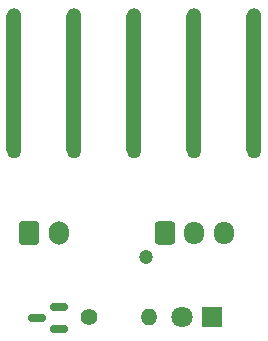
<source format=gbr>
%TF.GenerationSoftware,KiCad,Pcbnew,8.0.1*%
%TF.CreationDate,2024-05-01T10:03:54+09:00*%
%TF.ProjectId,LaserControlConnector,4c617365-7243-46f6-9e74-726f6c436f6e,rev?*%
%TF.SameCoordinates,Original*%
%TF.FileFunction,Soldermask,Top*%
%TF.FilePolarity,Negative*%
%FSLAX46Y46*%
G04 Gerber Fmt 4.6, Leading zero omitted, Abs format (unit mm)*
G04 Created by KiCad (PCBNEW 8.0.1) date 2024-05-01 10:03:54*
%MOMM*%
%LPD*%
G01*
G04 APERTURE LIST*
G04 Aperture macros list*
%AMRoundRect*
0 Rectangle with rounded corners*
0 $1 Rounding radius*
0 $2 $3 $4 $5 $6 $7 $8 $9 X,Y pos of 4 corners*
0 Add a 4 corners polygon primitive as box body*
4,1,4,$2,$3,$4,$5,$6,$7,$8,$9,$2,$3,0*
0 Add four circle primitives for the rounded corners*
1,1,$1+$1,$2,$3*
1,1,$1+$1,$4,$5*
1,1,$1+$1,$6,$7*
1,1,$1+$1,$8,$9*
0 Add four rect primitives between the rounded corners*
20,1,$1+$1,$2,$3,$4,$5,0*
20,1,$1+$1,$4,$5,$6,$7,0*
20,1,$1+$1,$6,$7,$8,$9,0*
20,1,$1+$1,$8,$9,$2,$3,0*%
G04 Aperture macros list end*
%ADD10RoundRect,0.635000X-0.000010X-5.715000X0.000010X-5.715000X0.000010X5.715000X-0.000010X5.715000X0*%
%ADD11C,1.270000*%
%ADD12RoundRect,0.150000X0.587500X0.150000X-0.587500X0.150000X-0.587500X-0.150000X0.587500X-0.150000X0*%
%ADD13RoundRect,0.250000X-0.600000X-0.750000X0.600000X-0.750000X0.600000X0.750000X-0.600000X0.750000X0*%
%ADD14O,1.700000X2.000000*%
%ADD15C,1.400000*%
%ADD16O,1.400000X1.400000*%
%ADD17C,1.200000*%
%ADD18RoundRect,0.250000X-0.600000X-0.725000X0.600000X-0.725000X0.600000X0.725000X-0.600000X0.725000X0*%
%ADD19O,1.700000X1.950000*%
%ADD20R,1.800000X1.800000*%
%ADD21C,1.800000*%
G04 APERTURE END LIST*
D10*
%TO.C,JP2-L1*%
X137160000Y-76200000D03*
D11*
X137160000Y-81915000D03*
%TD*%
D12*
%TO.C,Q2*%
X135890000Y-97028000D03*
X135890000Y-95128000D03*
X134015000Y-96078000D03*
%TD*%
D13*
%TO.C,J2*%
X133390000Y-88900000D03*
D14*
X135890000Y-88900000D03*
%TD*%
D10*
%TO.C,JP2-G2*%
X142240000Y-76200000D03*
D11*
X142240000Y-81915000D03*
%TD*%
D10*
%TO.C,JP2-P1*%
X132080000Y-76200000D03*
D11*
X132080000Y-81915000D03*
%TD*%
D10*
%TO.C,JP2-IN1*%
X147320000Y-76200000D03*
D11*
X147320000Y-81915000D03*
%TD*%
D15*
%TO.C,R3*%
X138430000Y-96012000D03*
D16*
X143510000Y-96012000D03*
%TD*%
D17*
%TO.C,J1*%
X143260000Y-90900000D03*
D18*
X144860000Y-88900000D03*
D19*
X147360000Y-88900000D03*
X149860000Y-88900000D03*
%TD*%
D20*
%TO.C,D2*%
X148844000Y-96012000D03*
D21*
X146304000Y-96012000D03*
%TD*%
D10*
%TO.C,JP2-5V1*%
X152400000Y-76200000D03*
D11*
X152400000Y-81915000D03*
%TD*%
M02*

</source>
